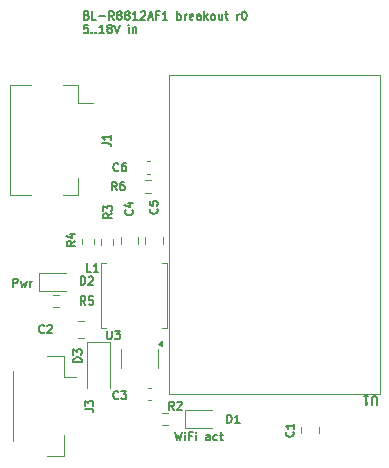
<source format=gto>
G04 #@! TF.GenerationSoftware,KiCad,Pcbnew,7.0.7-7.0.7~ubuntu20.04.1*
G04 #@! TF.CreationDate,2024-03-24T22:46:20+02:00*
G04 #@! TF.ProjectId,rtl-module-breakout,72746c2d-6d6f-4647-956c-652d62726561,rev?*
G04 #@! TF.SameCoordinates,Original*
G04 #@! TF.FileFunction,Legend,Top*
G04 #@! TF.FilePolarity,Positive*
%FSLAX46Y46*%
G04 Gerber Fmt 4.6, Leading zero omitted, Abs format (unit mm)*
G04 Created by KiCad (PCBNEW 7.0.7-7.0.7~ubuntu20.04.1) date 2024-03-24 22:46:20*
%MOMM*%
%LPD*%
G01*
G04 APERTURE LIST*
%ADD10C,0.150000*%
%ADD11C,0.120000*%
%ADD12C,0.100000*%
G04 APERTURE END LIST*
D10*
X168998684Y-64912866D02*
X169098684Y-64946200D01*
X169098684Y-64946200D02*
X169132017Y-64979533D01*
X169132017Y-64979533D02*
X169165350Y-65046200D01*
X169165350Y-65046200D02*
X169165350Y-65146200D01*
X169165350Y-65146200D02*
X169132017Y-65212866D01*
X169132017Y-65212866D02*
X169098684Y-65246200D01*
X169098684Y-65246200D02*
X169032017Y-65279533D01*
X169032017Y-65279533D02*
X168765350Y-65279533D01*
X168765350Y-65279533D02*
X168765350Y-64579533D01*
X168765350Y-64579533D02*
X168998684Y-64579533D01*
X168998684Y-64579533D02*
X169065350Y-64612866D01*
X169065350Y-64612866D02*
X169098684Y-64646200D01*
X169098684Y-64646200D02*
X169132017Y-64712866D01*
X169132017Y-64712866D02*
X169132017Y-64779533D01*
X169132017Y-64779533D02*
X169098684Y-64846200D01*
X169098684Y-64846200D02*
X169065350Y-64879533D01*
X169065350Y-64879533D02*
X168998684Y-64912866D01*
X168998684Y-64912866D02*
X168765350Y-64912866D01*
X169798684Y-65279533D02*
X169465350Y-65279533D01*
X169465350Y-65279533D02*
X169465350Y-64579533D01*
X170032017Y-65012866D02*
X170565351Y-65012866D01*
X171298684Y-65279533D02*
X171065351Y-64946200D01*
X170898684Y-65279533D02*
X170898684Y-64579533D01*
X170898684Y-64579533D02*
X171165351Y-64579533D01*
X171165351Y-64579533D02*
X171232018Y-64612866D01*
X171232018Y-64612866D02*
X171265351Y-64646200D01*
X171265351Y-64646200D02*
X171298684Y-64712866D01*
X171298684Y-64712866D02*
X171298684Y-64812866D01*
X171298684Y-64812866D02*
X171265351Y-64879533D01*
X171265351Y-64879533D02*
X171232018Y-64912866D01*
X171232018Y-64912866D02*
X171165351Y-64946200D01*
X171165351Y-64946200D02*
X170898684Y-64946200D01*
X171698684Y-64879533D02*
X171632018Y-64846200D01*
X171632018Y-64846200D02*
X171598684Y-64812866D01*
X171598684Y-64812866D02*
X171565351Y-64746200D01*
X171565351Y-64746200D02*
X171565351Y-64712866D01*
X171565351Y-64712866D02*
X171598684Y-64646200D01*
X171598684Y-64646200D02*
X171632018Y-64612866D01*
X171632018Y-64612866D02*
X171698684Y-64579533D01*
X171698684Y-64579533D02*
X171832018Y-64579533D01*
X171832018Y-64579533D02*
X171898684Y-64612866D01*
X171898684Y-64612866D02*
X171932018Y-64646200D01*
X171932018Y-64646200D02*
X171965351Y-64712866D01*
X171965351Y-64712866D02*
X171965351Y-64746200D01*
X171965351Y-64746200D02*
X171932018Y-64812866D01*
X171932018Y-64812866D02*
X171898684Y-64846200D01*
X171898684Y-64846200D02*
X171832018Y-64879533D01*
X171832018Y-64879533D02*
X171698684Y-64879533D01*
X171698684Y-64879533D02*
X171632018Y-64912866D01*
X171632018Y-64912866D02*
X171598684Y-64946200D01*
X171598684Y-64946200D02*
X171565351Y-65012866D01*
X171565351Y-65012866D02*
X171565351Y-65146200D01*
X171565351Y-65146200D02*
X171598684Y-65212866D01*
X171598684Y-65212866D02*
X171632018Y-65246200D01*
X171632018Y-65246200D02*
X171698684Y-65279533D01*
X171698684Y-65279533D02*
X171832018Y-65279533D01*
X171832018Y-65279533D02*
X171898684Y-65246200D01*
X171898684Y-65246200D02*
X171932018Y-65212866D01*
X171932018Y-65212866D02*
X171965351Y-65146200D01*
X171965351Y-65146200D02*
X171965351Y-65012866D01*
X171965351Y-65012866D02*
X171932018Y-64946200D01*
X171932018Y-64946200D02*
X171898684Y-64912866D01*
X171898684Y-64912866D02*
X171832018Y-64879533D01*
X172365351Y-64879533D02*
X172298685Y-64846200D01*
X172298685Y-64846200D02*
X172265351Y-64812866D01*
X172265351Y-64812866D02*
X172232018Y-64746200D01*
X172232018Y-64746200D02*
X172232018Y-64712866D01*
X172232018Y-64712866D02*
X172265351Y-64646200D01*
X172265351Y-64646200D02*
X172298685Y-64612866D01*
X172298685Y-64612866D02*
X172365351Y-64579533D01*
X172365351Y-64579533D02*
X172498685Y-64579533D01*
X172498685Y-64579533D02*
X172565351Y-64612866D01*
X172565351Y-64612866D02*
X172598685Y-64646200D01*
X172598685Y-64646200D02*
X172632018Y-64712866D01*
X172632018Y-64712866D02*
X172632018Y-64746200D01*
X172632018Y-64746200D02*
X172598685Y-64812866D01*
X172598685Y-64812866D02*
X172565351Y-64846200D01*
X172565351Y-64846200D02*
X172498685Y-64879533D01*
X172498685Y-64879533D02*
X172365351Y-64879533D01*
X172365351Y-64879533D02*
X172298685Y-64912866D01*
X172298685Y-64912866D02*
X172265351Y-64946200D01*
X172265351Y-64946200D02*
X172232018Y-65012866D01*
X172232018Y-65012866D02*
X172232018Y-65146200D01*
X172232018Y-65146200D02*
X172265351Y-65212866D01*
X172265351Y-65212866D02*
X172298685Y-65246200D01*
X172298685Y-65246200D02*
X172365351Y-65279533D01*
X172365351Y-65279533D02*
X172498685Y-65279533D01*
X172498685Y-65279533D02*
X172565351Y-65246200D01*
X172565351Y-65246200D02*
X172598685Y-65212866D01*
X172598685Y-65212866D02*
X172632018Y-65146200D01*
X172632018Y-65146200D02*
X172632018Y-65012866D01*
X172632018Y-65012866D02*
X172598685Y-64946200D01*
X172598685Y-64946200D02*
X172565351Y-64912866D01*
X172565351Y-64912866D02*
X172498685Y-64879533D01*
X173298685Y-65279533D02*
X172898685Y-65279533D01*
X173098685Y-65279533D02*
X173098685Y-64579533D01*
X173098685Y-64579533D02*
X173032018Y-64679533D01*
X173032018Y-64679533D02*
X172965352Y-64746200D01*
X172965352Y-64746200D02*
X172898685Y-64779533D01*
X173565352Y-64646200D02*
X173598685Y-64612866D01*
X173598685Y-64612866D02*
X173665352Y-64579533D01*
X173665352Y-64579533D02*
X173832019Y-64579533D01*
X173832019Y-64579533D02*
X173898685Y-64612866D01*
X173898685Y-64612866D02*
X173932019Y-64646200D01*
X173932019Y-64646200D02*
X173965352Y-64712866D01*
X173965352Y-64712866D02*
X173965352Y-64779533D01*
X173965352Y-64779533D02*
X173932019Y-64879533D01*
X173932019Y-64879533D02*
X173532019Y-65279533D01*
X173532019Y-65279533D02*
X173965352Y-65279533D01*
X174232019Y-65079533D02*
X174565352Y-65079533D01*
X174165352Y-65279533D02*
X174398686Y-64579533D01*
X174398686Y-64579533D02*
X174632019Y-65279533D01*
X175098686Y-64912866D02*
X174865352Y-64912866D01*
X174865352Y-65279533D02*
X174865352Y-64579533D01*
X174865352Y-64579533D02*
X175198686Y-64579533D01*
X175832019Y-65279533D02*
X175432019Y-65279533D01*
X175632019Y-65279533D02*
X175632019Y-64579533D01*
X175632019Y-64579533D02*
X175565352Y-64679533D01*
X175565352Y-64679533D02*
X175498686Y-64746200D01*
X175498686Y-64746200D02*
X175432019Y-64779533D01*
X176665352Y-65279533D02*
X176665352Y-64579533D01*
X176665352Y-64846200D02*
X176732019Y-64812866D01*
X176732019Y-64812866D02*
X176865352Y-64812866D01*
X176865352Y-64812866D02*
X176932019Y-64846200D01*
X176932019Y-64846200D02*
X176965352Y-64879533D01*
X176965352Y-64879533D02*
X176998686Y-64946200D01*
X176998686Y-64946200D02*
X176998686Y-65146200D01*
X176998686Y-65146200D02*
X176965352Y-65212866D01*
X176965352Y-65212866D02*
X176932019Y-65246200D01*
X176932019Y-65246200D02*
X176865352Y-65279533D01*
X176865352Y-65279533D02*
X176732019Y-65279533D01*
X176732019Y-65279533D02*
X176665352Y-65246200D01*
X177298685Y-65279533D02*
X177298685Y-64812866D01*
X177298685Y-64946200D02*
X177332019Y-64879533D01*
X177332019Y-64879533D02*
X177365352Y-64846200D01*
X177365352Y-64846200D02*
X177432019Y-64812866D01*
X177432019Y-64812866D02*
X177498685Y-64812866D01*
X177998685Y-65246200D02*
X177932018Y-65279533D01*
X177932018Y-65279533D02*
X177798685Y-65279533D01*
X177798685Y-65279533D02*
X177732018Y-65246200D01*
X177732018Y-65246200D02*
X177698685Y-65179533D01*
X177698685Y-65179533D02*
X177698685Y-64912866D01*
X177698685Y-64912866D02*
X177732018Y-64846200D01*
X177732018Y-64846200D02*
X177798685Y-64812866D01*
X177798685Y-64812866D02*
X177932018Y-64812866D01*
X177932018Y-64812866D02*
X177998685Y-64846200D01*
X177998685Y-64846200D02*
X178032018Y-64912866D01*
X178032018Y-64912866D02*
X178032018Y-64979533D01*
X178032018Y-64979533D02*
X177698685Y-65046200D01*
X178632018Y-65279533D02*
X178632018Y-64912866D01*
X178632018Y-64912866D02*
X178598685Y-64846200D01*
X178598685Y-64846200D02*
X178532018Y-64812866D01*
X178532018Y-64812866D02*
X178398685Y-64812866D01*
X178398685Y-64812866D02*
X178332018Y-64846200D01*
X178632018Y-65246200D02*
X178565352Y-65279533D01*
X178565352Y-65279533D02*
X178398685Y-65279533D01*
X178398685Y-65279533D02*
X178332018Y-65246200D01*
X178332018Y-65246200D02*
X178298685Y-65179533D01*
X178298685Y-65179533D02*
X178298685Y-65112866D01*
X178298685Y-65112866D02*
X178332018Y-65046200D01*
X178332018Y-65046200D02*
X178398685Y-65012866D01*
X178398685Y-65012866D02*
X178565352Y-65012866D01*
X178565352Y-65012866D02*
X178632018Y-64979533D01*
X178965351Y-65279533D02*
X178965351Y-64579533D01*
X179032018Y-65012866D02*
X179232018Y-65279533D01*
X179232018Y-64812866D02*
X178965351Y-65079533D01*
X179632018Y-65279533D02*
X179565352Y-65246200D01*
X179565352Y-65246200D02*
X179532018Y-65212866D01*
X179532018Y-65212866D02*
X179498685Y-65146200D01*
X179498685Y-65146200D02*
X179498685Y-64946200D01*
X179498685Y-64946200D02*
X179532018Y-64879533D01*
X179532018Y-64879533D02*
X179565352Y-64846200D01*
X179565352Y-64846200D02*
X179632018Y-64812866D01*
X179632018Y-64812866D02*
X179732018Y-64812866D01*
X179732018Y-64812866D02*
X179798685Y-64846200D01*
X179798685Y-64846200D02*
X179832018Y-64879533D01*
X179832018Y-64879533D02*
X179865352Y-64946200D01*
X179865352Y-64946200D02*
X179865352Y-65146200D01*
X179865352Y-65146200D02*
X179832018Y-65212866D01*
X179832018Y-65212866D02*
X179798685Y-65246200D01*
X179798685Y-65246200D02*
X179732018Y-65279533D01*
X179732018Y-65279533D02*
X179632018Y-65279533D01*
X180465351Y-64812866D02*
X180465351Y-65279533D01*
X180165351Y-64812866D02*
X180165351Y-65179533D01*
X180165351Y-65179533D02*
X180198685Y-65246200D01*
X180198685Y-65246200D02*
X180265351Y-65279533D01*
X180265351Y-65279533D02*
X180365351Y-65279533D01*
X180365351Y-65279533D02*
X180432018Y-65246200D01*
X180432018Y-65246200D02*
X180465351Y-65212866D01*
X180698684Y-64812866D02*
X180965351Y-64812866D01*
X180798684Y-64579533D02*
X180798684Y-65179533D01*
X180798684Y-65179533D02*
X180832018Y-65246200D01*
X180832018Y-65246200D02*
X180898684Y-65279533D01*
X180898684Y-65279533D02*
X180965351Y-65279533D01*
X181732017Y-65279533D02*
X181732017Y-64812866D01*
X181732017Y-64946200D02*
X181765351Y-64879533D01*
X181765351Y-64879533D02*
X181798684Y-64846200D01*
X181798684Y-64846200D02*
X181865351Y-64812866D01*
X181865351Y-64812866D02*
X181932017Y-64812866D01*
X182298684Y-64579533D02*
X182365350Y-64579533D01*
X182365350Y-64579533D02*
X182432017Y-64612866D01*
X182432017Y-64612866D02*
X182465350Y-64646200D01*
X182465350Y-64646200D02*
X182498684Y-64712866D01*
X182498684Y-64712866D02*
X182532017Y-64846200D01*
X182532017Y-64846200D02*
X182532017Y-65012866D01*
X182532017Y-65012866D02*
X182498684Y-65146200D01*
X182498684Y-65146200D02*
X182465350Y-65212866D01*
X182465350Y-65212866D02*
X182432017Y-65246200D01*
X182432017Y-65246200D02*
X182365350Y-65279533D01*
X182365350Y-65279533D02*
X182298684Y-65279533D01*
X182298684Y-65279533D02*
X182232017Y-65246200D01*
X182232017Y-65246200D02*
X182198684Y-65212866D01*
X182198684Y-65212866D02*
X182165350Y-65146200D01*
X182165350Y-65146200D02*
X182132017Y-65012866D01*
X182132017Y-65012866D02*
X182132017Y-64846200D01*
X182132017Y-64846200D02*
X182165350Y-64712866D01*
X182165350Y-64712866D02*
X182198684Y-64646200D01*
X182198684Y-64646200D02*
X182232017Y-64612866D01*
X182232017Y-64612866D02*
X182298684Y-64579533D01*
X169098684Y-65706533D02*
X168765350Y-65706533D01*
X168765350Y-65706533D02*
X168732017Y-66039866D01*
X168732017Y-66039866D02*
X168765350Y-66006533D01*
X168765350Y-66006533D02*
X168832017Y-65973200D01*
X168832017Y-65973200D02*
X168998684Y-65973200D01*
X168998684Y-65973200D02*
X169065350Y-66006533D01*
X169065350Y-66006533D02*
X169098684Y-66039866D01*
X169098684Y-66039866D02*
X169132017Y-66106533D01*
X169132017Y-66106533D02*
X169132017Y-66273200D01*
X169132017Y-66273200D02*
X169098684Y-66339866D01*
X169098684Y-66339866D02*
X169065350Y-66373200D01*
X169065350Y-66373200D02*
X168998684Y-66406533D01*
X168998684Y-66406533D02*
X168832017Y-66406533D01*
X168832017Y-66406533D02*
X168765350Y-66373200D01*
X168765350Y-66373200D02*
X168732017Y-66339866D01*
X169432017Y-66339866D02*
X169465351Y-66373200D01*
X169465351Y-66373200D02*
X169432017Y-66406533D01*
X169432017Y-66406533D02*
X169398684Y-66373200D01*
X169398684Y-66373200D02*
X169432017Y-66339866D01*
X169432017Y-66339866D02*
X169432017Y-66406533D01*
X169765350Y-66339866D02*
X169798684Y-66373200D01*
X169798684Y-66373200D02*
X169765350Y-66406533D01*
X169765350Y-66406533D02*
X169732017Y-66373200D01*
X169732017Y-66373200D02*
X169765350Y-66339866D01*
X169765350Y-66339866D02*
X169765350Y-66406533D01*
X170465350Y-66406533D02*
X170065350Y-66406533D01*
X170265350Y-66406533D02*
X170265350Y-65706533D01*
X170265350Y-65706533D02*
X170198683Y-65806533D01*
X170198683Y-65806533D02*
X170132017Y-65873200D01*
X170132017Y-65873200D02*
X170065350Y-65906533D01*
X170865350Y-66006533D02*
X170798684Y-65973200D01*
X170798684Y-65973200D02*
X170765350Y-65939866D01*
X170765350Y-65939866D02*
X170732017Y-65873200D01*
X170732017Y-65873200D02*
X170732017Y-65839866D01*
X170732017Y-65839866D02*
X170765350Y-65773200D01*
X170765350Y-65773200D02*
X170798684Y-65739866D01*
X170798684Y-65739866D02*
X170865350Y-65706533D01*
X170865350Y-65706533D02*
X170998684Y-65706533D01*
X170998684Y-65706533D02*
X171065350Y-65739866D01*
X171065350Y-65739866D02*
X171098684Y-65773200D01*
X171098684Y-65773200D02*
X171132017Y-65839866D01*
X171132017Y-65839866D02*
X171132017Y-65873200D01*
X171132017Y-65873200D02*
X171098684Y-65939866D01*
X171098684Y-65939866D02*
X171065350Y-65973200D01*
X171065350Y-65973200D02*
X170998684Y-66006533D01*
X170998684Y-66006533D02*
X170865350Y-66006533D01*
X170865350Y-66006533D02*
X170798684Y-66039866D01*
X170798684Y-66039866D02*
X170765350Y-66073200D01*
X170765350Y-66073200D02*
X170732017Y-66139866D01*
X170732017Y-66139866D02*
X170732017Y-66273200D01*
X170732017Y-66273200D02*
X170765350Y-66339866D01*
X170765350Y-66339866D02*
X170798684Y-66373200D01*
X170798684Y-66373200D02*
X170865350Y-66406533D01*
X170865350Y-66406533D02*
X170998684Y-66406533D01*
X170998684Y-66406533D02*
X171065350Y-66373200D01*
X171065350Y-66373200D02*
X171098684Y-66339866D01*
X171098684Y-66339866D02*
X171132017Y-66273200D01*
X171132017Y-66273200D02*
X171132017Y-66139866D01*
X171132017Y-66139866D02*
X171098684Y-66073200D01*
X171098684Y-66073200D02*
X171065350Y-66039866D01*
X171065350Y-66039866D02*
X170998684Y-66006533D01*
X171332017Y-65706533D02*
X171565351Y-66406533D01*
X171565351Y-66406533D02*
X171798684Y-65706533D01*
X172565350Y-66406533D02*
X172565350Y-65939866D01*
X172565350Y-65706533D02*
X172532017Y-65739866D01*
X172532017Y-65739866D02*
X172565350Y-65773200D01*
X172565350Y-65773200D02*
X172598684Y-65739866D01*
X172598684Y-65739866D02*
X172565350Y-65706533D01*
X172565350Y-65706533D02*
X172565350Y-65773200D01*
X172898683Y-65939866D02*
X172898683Y-66406533D01*
X172898683Y-66006533D02*
X172932017Y-65973200D01*
X172932017Y-65973200D02*
X172998683Y-65939866D01*
X172998683Y-65939866D02*
X173098683Y-65939866D01*
X173098683Y-65939866D02*
X173165350Y-65973200D01*
X173165350Y-65973200D02*
X173198683Y-66039866D01*
X173198683Y-66039866D02*
X173198683Y-66406533D01*
X176448684Y-100206533D02*
X176615350Y-100906533D01*
X176615350Y-100906533D02*
X176748684Y-100406533D01*
X176748684Y-100406533D02*
X176882017Y-100906533D01*
X176882017Y-100906533D02*
X177048684Y-100206533D01*
X177315350Y-100906533D02*
X177315350Y-100439866D01*
X177315350Y-100206533D02*
X177282017Y-100239866D01*
X177282017Y-100239866D02*
X177315350Y-100273200D01*
X177315350Y-100273200D02*
X177348684Y-100239866D01*
X177348684Y-100239866D02*
X177315350Y-100206533D01*
X177315350Y-100206533D02*
X177315350Y-100273200D01*
X177882017Y-100539866D02*
X177648683Y-100539866D01*
X177648683Y-100906533D02*
X177648683Y-100206533D01*
X177648683Y-100206533D02*
X177982017Y-100206533D01*
X178248683Y-100906533D02*
X178248683Y-100439866D01*
X178248683Y-100206533D02*
X178215350Y-100239866D01*
X178215350Y-100239866D02*
X178248683Y-100273200D01*
X178248683Y-100273200D02*
X178282017Y-100239866D01*
X178282017Y-100239866D02*
X178248683Y-100206533D01*
X178248683Y-100206533D02*
X178248683Y-100273200D01*
X179415349Y-100906533D02*
X179415349Y-100539866D01*
X179415349Y-100539866D02*
X179382016Y-100473200D01*
X179382016Y-100473200D02*
X179315349Y-100439866D01*
X179315349Y-100439866D02*
X179182016Y-100439866D01*
X179182016Y-100439866D02*
X179115349Y-100473200D01*
X179415349Y-100873200D02*
X179348683Y-100906533D01*
X179348683Y-100906533D02*
X179182016Y-100906533D01*
X179182016Y-100906533D02*
X179115349Y-100873200D01*
X179115349Y-100873200D02*
X179082016Y-100806533D01*
X179082016Y-100806533D02*
X179082016Y-100739866D01*
X179082016Y-100739866D02*
X179115349Y-100673200D01*
X179115349Y-100673200D02*
X179182016Y-100639866D01*
X179182016Y-100639866D02*
X179348683Y-100639866D01*
X179348683Y-100639866D02*
X179415349Y-100606533D01*
X180048682Y-100873200D02*
X179982016Y-100906533D01*
X179982016Y-100906533D02*
X179848682Y-100906533D01*
X179848682Y-100906533D02*
X179782016Y-100873200D01*
X179782016Y-100873200D02*
X179748682Y-100839866D01*
X179748682Y-100839866D02*
X179715349Y-100773200D01*
X179715349Y-100773200D02*
X179715349Y-100573200D01*
X179715349Y-100573200D02*
X179748682Y-100506533D01*
X179748682Y-100506533D02*
X179782016Y-100473200D01*
X179782016Y-100473200D02*
X179848682Y-100439866D01*
X179848682Y-100439866D02*
X179982016Y-100439866D01*
X179982016Y-100439866D02*
X180048682Y-100473200D01*
X180248682Y-100439866D02*
X180515349Y-100439866D01*
X180348682Y-100206533D02*
X180348682Y-100806533D01*
X180348682Y-100806533D02*
X180382016Y-100873200D01*
X180382016Y-100873200D02*
X180448682Y-100906533D01*
X180448682Y-100906533D02*
X180515349Y-100906533D01*
X162765350Y-87906533D02*
X162765350Y-87206533D01*
X162765350Y-87206533D02*
X163032017Y-87206533D01*
X163032017Y-87206533D02*
X163098684Y-87239866D01*
X163098684Y-87239866D02*
X163132017Y-87273200D01*
X163132017Y-87273200D02*
X163165350Y-87339866D01*
X163165350Y-87339866D02*
X163165350Y-87439866D01*
X163165350Y-87439866D02*
X163132017Y-87506533D01*
X163132017Y-87506533D02*
X163098684Y-87539866D01*
X163098684Y-87539866D02*
X163032017Y-87573200D01*
X163032017Y-87573200D02*
X162765350Y-87573200D01*
X163398684Y-87439866D02*
X163532017Y-87906533D01*
X163532017Y-87906533D02*
X163665350Y-87573200D01*
X163665350Y-87573200D02*
X163798684Y-87906533D01*
X163798684Y-87906533D02*
X163932017Y-87439866D01*
X164198683Y-87906533D02*
X164198683Y-87439866D01*
X164198683Y-87573200D02*
X164232017Y-87506533D01*
X164232017Y-87506533D02*
X164265350Y-87473200D01*
X164265350Y-87473200D02*
X164332017Y-87439866D01*
X164332017Y-87439866D02*
X164398683Y-87439866D01*
X168883333Y-89416033D02*
X168650000Y-89082700D01*
X168483333Y-89416033D02*
X168483333Y-88716033D01*
X168483333Y-88716033D02*
X168750000Y-88716033D01*
X168750000Y-88716033D02*
X168816667Y-88749366D01*
X168816667Y-88749366D02*
X168850000Y-88782700D01*
X168850000Y-88782700D02*
X168883333Y-88849366D01*
X168883333Y-88849366D02*
X168883333Y-88949366D01*
X168883333Y-88949366D02*
X168850000Y-89016033D01*
X168850000Y-89016033D02*
X168816667Y-89049366D01*
X168816667Y-89049366D02*
X168750000Y-89082700D01*
X168750000Y-89082700D02*
X168483333Y-89082700D01*
X169516667Y-88716033D02*
X169183333Y-88716033D01*
X169183333Y-88716033D02*
X169150000Y-89049366D01*
X169150000Y-89049366D02*
X169183333Y-89016033D01*
X169183333Y-89016033D02*
X169250000Y-88982700D01*
X169250000Y-88982700D02*
X169416667Y-88982700D01*
X169416667Y-88982700D02*
X169483333Y-89016033D01*
X169483333Y-89016033D02*
X169516667Y-89049366D01*
X169516667Y-89049366D02*
X169550000Y-89116033D01*
X169550000Y-89116033D02*
X169550000Y-89282700D01*
X169550000Y-89282700D02*
X169516667Y-89349366D01*
X169516667Y-89349366D02*
X169483333Y-89382700D01*
X169483333Y-89382700D02*
X169416667Y-89416033D01*
X169416667Y-89416033D02*
X169250000Y-89416033D01*
X169250000Y-89416033D02*
X169183333Y-89382700D01*
X169183333Y-89382700D02*
X169150000Y-89349366D01*
X168016033Y-84016666D02*
X167682700Y-84249999D01*
X168016033Y-84416666D02*
X167316033Y-84416666D01*
X167316033Y-84416666D02*
X167316033Y-84149999D01*
X167316033Y-84149999D02*
X167349366Y-84083333D01*
X167349366Y-84083333D02*
X167382700Y-84049999D01*
X167382700Y-84049999D02*
X167449366Y-84016666D01*
X167449366Y-84016666D02*
X167549366Y-84016666D01*
X167549366Y-84016666D02*
X167616033Y-84049999D01*
X167616033Y-84049999D02*
X167649366Y-84083333D01*
X167649366Y-84083333D02*
X167682700Y-84149999D01*
X167682700Y-84149999D02*
X167682700Y-84416666D01*
X167549366Y-83416666D02*
X168016033Y-83416666D01*
X167282700Y-83583333D02*
X167782700Y-83749999D01*
X167782700Y-83749999D02*
X167782700Y-83316666D01*
X168483333Y-87716033D02*
X168483333Y-87016033D01*
X168483333Y-87016033D02*
X168650000Y-87016033D01*
X168650000Y-87016033D02*
X168750000Y-87049366D01*
X168750000Y-87049366D02*
X168816667Y-87116033D01*
X168816667Y-87116033D02*
X168850000Y-87182700D01*
X168850000Y-87182700D02*
X168883333Y-87316033D01*
X168883333Y-87316033D02*
X168883333Y-87416033D01*
X168883333Y-87416033D02*
X168850000Y-87549366D01*
X168850000Y-87549366D02*
X168816667Y-87616033D01*
X168816667Y-87616033D02*
X168750000Y-87682700D01*
X168750000Y-87682700D02*
X168650000Y-87716033D01*
X168650000Y-87716033D02*
X168483333Y-87716033D01*
X169150000Y-87082700D02*
X169183333Y-87049366D01*
X169183333Y-87049366D02*
X169250000Y-87016033D01*
X169250000Y-87016033D02*
X169416667Y-87016033D01*
X169416667Y-87016033D02*
X169483333Y-87049366D01*
X169483333Y-87049366D02*
X169516667Y-87082700D01*
X169516667Y-87082700D02*
X169550000Y-87149366D01*
X169550000Y-87149366D02*
X169550000Y-87216033D01*
X169550000Y-87216033D02*
X169516667Y-87316033D01*
X169516667Y-87316033D02*
X169116667Y-87716033D01*
X169116667Y-87716033D02*
X169550000Y-87716033D01*
X170716666Y-91616033D02*
X170716666Y-92182700D01*
X170716666Y-92182700D02*
X170750000Y-92249366D01*
X170750000Y-92249366D02*
X170783333Y-92282700D01*
X170783333Y-92282700D02*
X170850000Y-92316033D01*
X170850000Y-92316033D02*
X170983333Y-92316033D01*
X170983333Y-92316033D02*
X171050000Y-92282700D01*
X171050000Y-92282700D02*
X171083333Y-92249366D01*
X171083333Y-92249366D02*
X171116666Y-92182700D01*
X171116666Y-92182700D02*
X171116666Y-91616033D01*
X171383333Y-91616033D02*
X171816666Y-91616033D01*
X171816666Y-91616033D02*
X171583333Y-91882700D01*
X171583333Y-91882700D02*
X171683333Y-91882700D01*
X171683333Y-91882700D02*
X171749999Y-91916033D01*
X171749999Y-91916033D02*
X171783333Y-91949366D01*
X171783333Y-91949366D02*
X171816666Y-92016033D01*
X171816666Y-92016033D02*
X171816666Y-92182700D01*
X171816666Y-92182700D02*
X171783333Y-92249366D01*
X171783333Y-92249366D02*
X171749999Y-92282700D01*
X171749999Y-92282700D02*
X171683333Y-92316033D01*
X171683333Y-92316033D02*
X171483333Y-92316033D01*
X171483333Y-92316033D02*
X171416666Y-92282700D01*
X171416666Y-92282700D02*
X171383333Y-92249366D01*
X170316033Y-75733333D02*
X170816033Y-75733333D01*
X170816033Y-75733333D02*
X170916033Y-75766666D01*
X170916033Y-75766666D02*
X170982700Y-75833333D01*
X170982700Y-75833333D02*
X171016033Y-75933333D01*
X171016033Y-75933333D02*
X171016033Y-76000000D01*
X171016033Y-75033333D02*
X171016033Y-75433333D01*
X171016033Y-75233333D02*
X170316033Y-75233333D01*
X170316033Y-75233333D02*
X170416033Y-75300000D01*
X170416033Y-75300000D02*
X170482700Y-75366667D01*
X170482700Y-75366667D02*
X170516033Y-75433333D01*
X180883333Y-99416033D02*
X180883333Y-98716033D01*
X180883333Y-98716033D02*
X181050000Y-98716033D01*
X181050000Y-98716033D02*
X181150000Y-98749366D01*
X181150000Y-98749366D02*
X181216667Y-98816033D01*
X181216667Y-98816033D02*
X181250000Y-98882700D01*
X181250000Y-98882700D02*
X181283333Y-99016033D01*
X181283333Y-99016033D02*
X181283333Y-99116033D01*
X181283333Y-99116033D02*
X181250000Y-99249366D01*
X181250000Y-99249366D02*
X181216667Y-99316033D01*
X181216667Y-99316033D02*
X181150000Y-99382700D01*
X181150000Y-99382700D02*
X181050000Y-99416033D01*
X181050000Y-99416033D02*
X180883333Y-99416033D01*
X181950000Y-99416033D02*
X181550000Y-99416033D01*
X181750000Y-99416033D02*
X181750000Y-98716033D01*
X181750000Y-98716033D02*
X181683333Y-98816033D01*
X181683333Y-98816033D02*
X181616667Y-98882700D01*
X181616667Y-98882700D02*
X181550000Y-98916033D01*
X186469366Y-100166666D02*
X186502700Y-100199999D01*
X186502700Y-100199999D02*
X186536033Y-100299999D01*
X186536033Y-100299999D02*
X186536033Y-100366666D01*
X186536033Y-100366666D02*
X186502700Y-100466666D01*
X186502700Y-100466666D02*
X186436033Y-100533333D01*
X186436033Y-100533333D02*
X186369366Y-100566666D01*
X186369366Y-100566666D02*
X186236033Y-100599999D01*
X186236033Y-100599999D02*
X186136033Y-100599999D01*
X186136033Y-100599999D02*
X186002700Y-100566666D01*
X186002700Y-100566666D02*
X185936033Y-100533333D01*
X185936033Y-100533333D02*
X185869366Y-100466666D01*
X185869366Y-100466666D02*
X185836033Y-100366666D01*
X185836033Y-100366666D02*
X185836033Y-100299999D01*
X185836033Y-100299999D02*
X185869366Y-100199999D01*
X185869366Y-100199999D02*
X185902700Y-100166666D01*
X186536033Y-99499999D02*
X186536033Y-99899999D01*
X186536033Y-99699999D02*
X185836033Y-99699999D01*
X185836033Y-99699999D02*
X185936033Y-99766666D01*
X185936033Y-99766666D02*
X186002700Y-99833333D01*
X186002700Y-99833333D02*
X186036033Y-99899999D01*
X165383333Y-91749366D02*
X165350000Y-91782700D01*
X165350000Y-91782700D02*
X165250000Y-91816033D01*
X165250000Y-91816033D02*
X165183333Y-91816033D01*
X165183333Y-91816033D02*
X165083333Y-91782700D01*
X165083333Y-91782700D02*
X165016667Y-91716033D01*
X165016667Y-91716033D02*
X164983333Y-91649366D01*
X164983333Y-91649366D02*
X164950000Y-91516033D01*
X164950000Y-91516033D02*
X164950000Y-91416033D01*
X164950000Y-91416033D02*
X164983333Y-91282700D01*
X164983333Y-91282700D02*
X165016667Y-91216033D01*
X165016667Y-91216033D02*
X165083333Y-91149366D01*
X165083333Y-91149366D02*
X165183333Y-91116033D01*
X165183333Y-91116033D02*
X165250000Y-91116033D01*
X165250000Y-91116033D02*
X165350000Y-91149366D01*
X165350000Y-91149366D02*
X165383333Y-91182700D01*
X165650000Y-91182700D02*
X165683333Y-91149366D01*
X165683333Y-91149366D02*
X165750000Y-91116033D01*
X165750000Y-91116033D02*
X165916667Y-91116033D01*
X165916667Y-91116033D02*
X165983333Y-91149366D01*
X165983333Y-91149366D02*
X166016667Y-91182700D01*
X166016667Y-91182700D02*
X166050000Y-91249366D01*
X166050000Y-91249366D02*
X166050000Y-91316033D01*
X166050000Y-91316033D02*
X166016667Y-91416033D01*
X166016667Y-91416033D02*
X165616667Y-91816033D01*
X165616667Y-91816033D02*
X166050000Y-91816033D01*
X171683333Y-97349366D02*
X171650000Y-97382700D01*
X171650000Y-97382700D02*
X171550000Y-97416033D01*
X171550000Y-97416033D02*
X171483333Y-97416033D01*
X171483333Y-97416033D02*
X171383333Y-97382700D01*
X171383333Y-97382700D02*
X171316667Y-97316033D01*
X171316667Y-97316033D02*
X171283333Y-97249366D01*
X171283333Y-97249366D02*
X171250000Y-97116033D01*
X171250000Y-97116033D02*
X171250000Y-97016033D01*
X171250000Y-97016033D02*
X171283333Y-96882700D01*
X171283333Y-96882700D02*
X171316667Y-96816033D01*
X171316667Y-96816033D02*
X171383333Y-96749366D01*
X171383333Y-96749366D02*
X171483333Y-96716033D01*
X171483333Y-96716033D02*
X171550000Y-96716033D01*
X171550000Y-96716033D02*
X171650000Y-96749366D01*
X171650000Y-96749366D02*
X171683333Y-96782700D01*
X171916667Y-96716033D02*
X172350000Y-96716033D01*
X172350000Y-96716033D02*
X172116667Y-96982700D01*
X172116667Y-96982700D02*
X172216667Y-96982700D01*
X172216667Y-96982700D02*
X172283333Y-97016033D01*
X172283333Y-97016033D02*
X172316667Y-97049366D01*
X172316667Y-97049366D02*
X172350000Y-97116033D01*
X172350000Y-97116033D02*
X172350000Y-97282700D01*
X172350000Y-97282700D02*
X172316667Y-97349366D01*
X172316667Y-97349366D02*
X172283333Y-97382700D01*
X172283333Y-97382700D02*
X172216667Y-97416033D01*
X172216667Y-97416033D02*
X172016667Y-97416033D01*
X172016667Y-97416033D02*
X171950000Y-97382700D01*
X171950000Y-97382700D02*
X171916667Y-97349366D01*
X171533333Y-79716033D02*
X171300000Y-79382700D01*
X171133333Y-79716033D02*
X171133333Y-79016033D01*
X171133333Y-79016033D02*
X171400000Y-79016033D01*
X171400000Y-79016033D02*
X171466667Y-79049366D01*
X171466667Y-79049366D02*
X171500000Y-79082700D01*
X171500000Y-79082700D02*
X171533333Y-79149366D01*
X171533333Y-79149366D02*
X171533333Y-79249366D01*
X171533333Y-79249366D02*
X171500000Y-79316033D01*
X171500000Y-79316033D02*
X171466667Y-79349366D01*
X171466667Y-79349366D02*
X171400000Y-79382700D01*
X171400000Y-79382700D02*
X171133333Y-79382700D01*
X172133333Y-79016033D02*
X172000000Y-79016033D01*
X172000000Y-79016033D02*
X171933333Y-79049366D01*
X171933333Y-79049366D02*
X171900000Y-79082700D01*
X171900000Y-79082700D02*
X171833333Y-79182700D01*
X171833333Y-79182700D02*
X171800000Y-79316033D01*
X171800000Y-79316033D02*
X171800000Y-79582700D01*
X171800000Y-79582700D02*
X171833333Y-79649366D01*
X171833333Y-79649366D02*
X171866667Y-79682700D01*
X171866667Y-79682700D02*
X171933333Y-79716033D01*
X171933333Y-79716033D02*
X172066667Y-79716033D01*
X172066667Y-79716033D02*
X172133333Y-79682700D01*
X172133333Y-79682700D02*
X172166667Y-79649366D01*
X172166667Y-79649366D02*
X172200000Y-79582700D01*
X172200000Y-79582700D02*
X172200000Y-79416033D01*
X172200000Y-79416033D02*
X172166667Y-79349366D01*
X172166667Y-79349366D02*
X172133333Y-79316033D01*
X172133333Y-79316033D02*
X172066667Y-79282700D01*
X172066667Y-79282700D02*
X171933333Y-79282700D01*
X171933333Y-79282700D02*
X171866667Y-79316033D01*
X171866667Y-79316033D02*
X171833333Y-79349366D01*
X171833333Y-79349366D02*
X171800000Y-79416033D01*
X168566033Y-94266666D02*
X167866033Y-94266666D01*
X167866033Y-94266666D02*
X167866033Y-94099999D01*
X167866033Y-94099999D02*
X167899366Y-93999999D01*
X167899366Y-93999999D02*
X167966033Y-93933333D01*
X167966033Y-93933333D02*
X168032700Y-93899999D01*
X168032700Y-93899999D02*
X168166033Y-93866666D01*
X168166033Y-93866666D02*
X168266033Y-93866666D01*
X168266033Y-93866666D02*
X168399366Y-93899999D01*
X168399366Y-93899999D02*
X168466033Y-93933333D01*
X168466033Y-93933333D02*
X168532700Y-93999999D01*
X168532700Y-93999999D02*
X168566033Y-94099999D01*
X168566033Y-94099999D02*
X168566033Y-94266666D01*
X167866033Y-93633333D02*
X167866033Y-93199999D01*
X167866033Y-93199999D02*
X168132700Y-93433333D01*
X168132700Y-93433333D02*
X168132700Y-93333333D01*
X168132700Y-93333333D02*
X168166033Y-93266666D01*
X168166033Y-93266666D02*
X168199366Y-93233333D01*
X168199366Y-93233333D02*
X168266033Y-93199999D01*
X168266033Y-93199999D02*
X168432700Y-93199999D01*
X168432700Y-93199999D02*
X168499366Y-93233333D01*
X168499366Y-93233333D02*
X168532700Y-93266666D01*
X168532700Y-93266666D02*
X168566033Y-93333333D01*
X168566033Y-93333333D02*
X168566033Y-93533333D01*
X168566033Y-93533333D02*
X168532700Y-93599999D01*
X168532700Y-93599999D02*
X168499366Y-93633333D01*
X174949366Y-81291666D02*
X174982700Y-81324999D01*
X174982700Y-81324999D02*
X175016033Y-81424999D01*
X175016033Y-81424999D02*
X175016033Y-81491666D01*
X175016033Y-81491666D02*
X174982700Y-81591666D01*
X174982700Y-81591666D02*
X174916033Y-81658333D01*
X174916033Y-81658333D02*
X174849366Y-81691666D01*
X174849366Y-81691666D02*
X174716033Y-81724999D01*
X174716033Y-81724999D02*
X174616033Y-81724999D01*
X174616033Y-81724999D02*
X174482700Y-81691666D01*
X174482700Y-81691666D02*
X174416033Y-81658333D01*
X174416033Y-81658333D02*
X174349366Y-81591666D01*
X174349366Y-81591666D02*
X174316033Y-81491666D01*
X174316033Y-81491666D02*
X174316033Y-81424999D01*
X174316033Y-81424999D02*
X174349366Y-81324999D01*
X174349366Y-81324999D02*
X174382700Y-81291666D01*
X174316033Y-80658333D02*
X174316033Y-80991666D01*
X174316033Y-80991666D02*
X174649366Y-81024999D01*
X174649366Y-81024999D02*
X174616033Y-80991666D01*
X174616033Y-80991666D02*
X174582700Y-80924999D01*
X174582700Y-80924999D02*
X174582700Y-80758333D01*
X174582700Y-80758333D02*
X174616033Y-80691666D01*
X174616033Y-80691666D02*
X174649366Y-80658333D01*
X174649366Y-80658333D02*
X174716033Y-80624999D01*
X174716033Y-80624999D02*
X174882700Y-80624999D01*
X174882700Y-80624999D02*
X174949366Y-80658333D01*
X174949366Y-80658333D02*
X174982700Y-80691666D01*
X174982700Y-80691666D02*
X175016033Y-80758333D01*
X175016033Y-80758333D02*
X175016033Y-80924999D01*
X175016033Y-80924999D02*
X174982700Y-80991666D01*
X174982700Y-80991666D02*
X174949366Y-81024999D01*
X176383333Y-98316033D02*
X176150000Y-97982700D01*
X175983333Y-98316033D02*
X175983333Y-97616033D01*
X175983333Y-97616033D02*
X176250000Y-97616033D01*
X176250000Y-97616033D02*
X176316667Y-97649366D01*
X176316667Y-97649366D02*
X176350000Y-97682700D01*
X176350000Y-97682700D02*
X176383333Y-97749366D01*
X176383333Y-97749366D02*
X176383333Y-97849366D01*
X176383333Y-97849366D02*
X176350000Y-97916033D01*
X176350000Y-97916033D02*
X176316667Y-97949366D01*
X176316667Y-97949366D02*
X176250000Y-97982700D01*
X176250000Y-97982700D02*
X175983333Y-97982700D01*
X176650000Y-97682700D02*
X176683333Y-97649366D01*
X176683333Y-97649366D02*
X176750000Y-97616033D01*
X176750000Y-97616033D02*
X176916667Y-97616033D01*
X176916667Y-97616033D02*
X176983333Y-97649366D01*
X176983333Y-97649366D02*
X177016667Y-97682700D01*
X177016667Y-97682700D02*
X177050000Y-97749366D01*
X177050000Y-97749366D02*
X177050000Y-97816033D01*
X177050000Y-97816033D02*
X177016667Y-97916033D01*
X177016667Y-97916033D02*
X176616667Y-98316033D01*
X176616667Y-98316033D02*
X177050000Y-98316033D01*
X171116033Y-81691666D02*
X170782700Y-81924999D01*
X171116033Y-82091666D02*
X170416033Y-82091666D01*
X170416033Y-82091666D02*
X170416033Y-81824999D01*
X170416033Y-81824999D02*
X170449366Y-81758333D01*
X170449366Y-81758333D02*
X170482700Y-81724999D01*
X170482700Y-81724999D02*
X170549366Y-81691666D01*
X170549366Y-81691666D02*
X170649366Y-81691666D01*
X170649366Y-81691666D02*
X170716033Y-81724999D01*
X170716033Y-81724999D02*
X170749366Y-81758333D01*
X170749366Y-81758333D02*
X170782700Y-81824999D01*
X170782700Y-81824999D02*
X170782700Y-82091666D01*
X170416033Y-81458333D02*
X170416033Y-81024999D01*
X170416033Y-81024999D02*
X170682700Y-81258333D01*
X170682700Y-81258333D02*
X170682700Y-81158333D01*
X170682700Y-81158333D02*
X170716033Y-81091666D01*
X170716033Y-81091666D02*
X170749366Y-81058333D01*
X170749366Y-81058333D02*
X170816033Y-81024999D01*
X170816033Y-81024999D02*
X170982700Y-81024999D01*
X170982700Y-81024999D02*
X171049366Y-81058333D01*
X171049366Y-81058333D02*
X171082700Y-81091666D01*
X171082700Y-81091666D02*
X171116033Y-81158333D01*
X171116033Y-81158333D02*
X171116033Y-81358333D01*
X171116033Y-81358333D02*
X171082700Y-81424999D01*
X171082700Y-81424999D02*
X171049366Y-81458333D01*
X193533333Y-97883966D02*
X193533333Y-97317300D01*
X193533333Y-97317300D02*
X193500000Y-97250633D01*
X193500000Y-97250633D02*
X193466666Y-97217300D01*
X193466666Y-97217300D02*
X193400000Y-97183966D01*
X193400000Y-97183966D02*
X193266666Y-97183966D01*
X193266666Y-97183966D02*
X193200000Y-97217300D01*
X193200000Y-97217300D02*
X193166666Y-97250633D01*
X193166666Y-97250633D02*
X193133333Y-97317300D01*
X193133333Y-97317300D02*
X193133333Y-97883966D01*
X192433333Y-97183966D02*
X192833333Y-97183966D01*
X192633333Y-97183966D02*
X192633333Y-97883966D01*
X192633333Y-97883966D02*
X192700000Y-97783966D01*
X192700000Y-97783966D02*
X192766667Y-97717300D01*
X192766667Y-97717300D02*
X192833333Y-97683966D01*
X172849366Y-81391666D02*
X172882700Y-81424999D01*
X172882700Y-81424999D02*
X172916033Y-81524999D01*
X172916033Y-81524999D02*
X172916033Y-81591666D01*
X172916033Y-81591666D02*
X172882700Y-81691666D01*
X172882700Y-81691666D02*
X172816033Y-81758333D01*
X172816033Y-81758333D02*
X172749366Y-81791666D01*
X172749366Y-81791666D02*
X172616033Y-81824999D01*
X172616033Y-81824999D02*
X172516033Y-81824999D01*
X172516033Y-81824999D02*
X172382700Y-81791666D01*
X172382700Y-81791666D02*
X172316033Y-81758333D01*
X172316033Y-81758333D02*
X172249366Y-81691666D01*
X172249366Y-81691666D02*
X172216033Y-81591666D01*
X172216033Y-81591666D02*
X172216033Y-81524999D01*
X172216033Y-81524999D02*
X172249366Y-81424999D01*
X172249366Y-81424999D02*
X172282700Y-81391666D01*
X172449366Y-80791666D02*
X172916033Y-80791666D01*
X172182700Y-80958333D02*
X172682700Y-81124999D01*
X172682700Y-81124999D02*
X172682700Y-80691666D01*
X168866033Y-98233333D02*
X169366033Y-98233333D01*
X169366033Y-98233333D02*
X169466033Y-98266666D01*
X169466033Y-98266666D02*
X169532700Y-98333333D01*
X169532700Y-98333333D02*
X169566033Y-98433333D01*
X169566033Y-98433333D02*
X169566033Y-98500000D01*
X168866033Y-97966667D02*
X168866033Y-97533333D01*
X168866033Y-97533333D02*
X169132700Y-97766667D01*
X169132700Y-97766667D02*
X169132700Y-97666667D01*
X169132700Y-97666667D02*
X169166033Y-97600000D01*
X169166033Y-97600000D02*
X169199366Y-97566667D01*
X169199366Y-97566667D02*
X169266033Y-97533333D01*
X169266033Y-97533333D02*
X169432700Y-97533333D01*
X169432700Y-97533333D02*
X169499366Y-97566667D01*
X169499366Y-97566667D02*
X169532700Y-97600000D01*
X169532700Y-97600000D02*
X169566033Y-97666667D01*
X169566033Y-97666667D02*
X169566033Y-97866667D01*
X169566033Y-97866667D02*
X169532700Y-97933333D01*
X169532700Y-97933333D02*
X169499366Y-97966667D01*
X171683333Y-78049366D02*
X171650000Y-78082700D01*
X171650000Y-78082700D02*
X171550000Y-78116033D01*
X171550000Y-78116033D02*
X171483333Y-78116033D01*
X171483333Y-78116033D02*
X171383333Y-78082700D01*
X171383333Y-78082700D02*
X171316667Y-78016033D01*
X171316667Y-78016033D02*
X171283333Y-77949366D01*
X171283333Y-77949366D02*
X171250000Y-77816033D01*
X171250000Y-77816033D02*
X171250000Y-77716033D01*
X171250000Y-77716033D02*
X171283333Y-77582700D01*
X171283333Y-77582700D02*
X171316667Y-77516033D01*
X171316667Y-77516033D02*
X171383333Y-77449366D01*
X171383333Y-77449366D02*
X171483333Y-77416033D01*
X171483333Y-77416033D02*
X171550000Y-77416033D01*
X171550000Y-77416033D02*
X171650000Y-77449366D01*
X171650000Y-77449366D02*
X171683333Y-77482700D01*
X172283333Y-77416033D02*
X172150000Y-77416033D01*
X172150000Y-77416033D02*
X172083333Y-77449366D01*
X172083333Y-77449366D02*
X172050000Y-77482700D01*
X172050000Y-77482700D02*
X171983333Y-77582700D01*
X171983333Y-77582700D02*
X171950000Y-77716033D01*
X171950000Y-77716033D02*
X171950000Y-77982700D01*
X171950000Y-77982700D02*
X171983333Y-78049366D01*
X171983333Y-78049366D02*
X172016667Y-78082700D01*
X172016667Y-78082700D02*
X172083333Y-78116033D01*
X172083333Y-78116033D02*
X172216667Y-78116033D01*
X172216667Y-78116033D02*
X172283333Y-78082700D01*
X172283333Y-78082700D02*
X172316667Y-78049366D01*
X172316667Y-78049366D02*
X172350000Y-77982700D01*
X172350000Y-77982700D02*
X172350000Y-77816033D01*
X172350000Y-77816033D02*
X172316667Y-77749366D01*
X172316667Y-77749366D02*
X172283333Y-77716033D01*
X172283333Y-77716033D02*
X172216667Y-77682700D01*
X172216667Y-77682700D02*
X172083333Y-77682700D01*
X172083333Y-77682700D02*
X172016667Y-77716033D01*
X172016667Y-77716033D02*
X171983333Y-77749366D01*
X171983333Y-77749366D02*
X171950000Y-77816033D01*
X169383333Y-86616033D02*
X169049999Y-86616033D01*
X169049999Y-86616033D02*
X169049999Y-85916033D01*
X169983333Y-86616033D02*
X169583333Y-86616033D01*
X169783333Y-86616033D02*
X169783333Y-85916033D01*
X169783333Y-85916033D02*
X169716666Y-86016033D01*
X169716666Y-86016033D02*
X169650000Y-86082700D01*
X169650000Y-86082700D02*
X169583333Y-86116033D01*
D11*
G04 #@! TO.C,R5*
X166137742Y-88577500D02*
X166612258Y-88577500D01*
X166137742Y-89622500D02*
X166612258Y-89622500D01*
G04 #@! TO.C,R4*
X169622500Y-83837742D02*
X169622500Y-84312258D01*
X168577500Y-83837742D02*
X168577500Y-84312258D01*
G04 #@! TO.C,D2*
X164915000Y-86765000D02*
X164915000Y-88235000D01*
X164915000Y-88235000D02*
X167200000Y-88235000D01*
X167200000Y-86765000D02*
X164915000Y-86765000D01*
G04 #@! TO.C,U3*
X175060000Y-94000000D02*
X175060000Y-93200000D01*
X175060000Y-94000000D02*
X175060000Y-94800000D01*
X171940000Y-94000000D02*
X171940000Y-93200000D01*
X171940000Y-94000000D02*
X171940000Y-94800000D01*
X175340000Y-92940000D02*
X175010000Y-92700000D01*
X175340000Y-92460000D01*
X175340000Y-92940000D01*
G36*
X175340000Y-92940000D02*
G01*
X175010000Y-92700000D01*
X175340000Y-92460000D01*
X175340000Y-92940000D01*
G37*
G04 #@! TO.C,J1*
X168300000Y-70850000D02*
X166960000Y-70850000D01*
X164240000Y-70850000D02*
X162500000Y-70850000D01*
X162500000Y-70850000D02*
X162500000Y-80150000D01*
X168300000Y-72340000D02*
X168300000Y-70850000D01*
X168300000Y-72340000D02*
X169500000Y-72340000D01*
X168300000Y-78660000D02*
X168300000Y-80150000D01*
X168300000Y-80150000D02*
X166960000Y-80150000D01*
X162500000Y-80150000D02*
X164240000Y-80150000D01*
G04 #@! TO.C,D1*
X177315000Y-98365000D02*
X177315000Y-99835000D01*
X177315000Y-99835000D02*
X179600000Y-99835000D01*
X179600000Y-98365000D02*
X177315000Y-98365000D01*
G04 #@! TO.C,C1*
X187165000Y-100311252D02*
X187165000Y-99788748D01*
X188635000Y-100311252D02*
X188635000Y-99788748D01*
G04 #@! TO.C,C2*
X168238748Y-90765000D02*
X168761252Y-90765000D01*
X168238748Y-92235000D02*
X168761252Y-92235000D01*
G04 #@! TO.C,C3*
X174159420Y-96490000D02*
X174440580Y-96490000D01*
X174159420Y-97510000D02*
X174440580Y-97510000D01*
G04 #@! TO.C,R6*
X173962742Y-78877500D02*
X174437258Y-78877500D01*
X173962742Y-79922500D02*
X174437258Y-79922500D01*
G04 #@! TO.C,D3*
X171000000Y-92590000D02*
X169000000Y-92590000D01*
X171000000Y-92590000D02*
X171000000Y-96450000D01*
X169000000Y-92590000D02*
X169000000Y-96450000D01*
G04 #@! TO.C,C5*
X175435000Y-83713748D02*
X175435000Y-84236252D01*
X173965000Y-83713748D02*
X173965000Y-84236252D01*
G04 #@! TO.C,R2*
X175862258Y-99622500D02*
X175387742Y-99622500D01*
X175862258Y-98577500D02*
X175387742Y-98577500D01*
G04 #@! TO.C,R3*
X170177500Y-84337258D02*
X170177500Y-83862742D01*
X171222500Y-84337258D02*
X171222500Y-83862742D01*
D12*
G04 #@! TO.C,U1*
X176000000Y-97000000D02*
X193800000Y-97000000D01*
X193800000Y-97000000D02*
X193800000Y-70000000D01*
X193800000Y-70000000D02*
X176000000Y-70000000D01*
X176000000Y-70000000D02*
X176000000Y-97000000D01*
D11*
G04 #@! TO.C,C4*
X173335000Y-83713748D02*
X173335000Y-84236252D01*
X171865000Y-83713748D02*
X171865000Y-84236252D01*
G04 #@! TO.C,J3*
X167060000Y-93765000D02*
X167060000Y-95565000D01*
X165610000Y-93765000D02*
X167060000Y-93765000D01*
X162790000Y-95035000D02*
X162790000Y-100965000D01*
X167060000Y-95565000D02*
X168050000Y-95565000D01*
X167060000Y-102235000D02*
X167060000Y-100435000D01*
X165610000Y-102235000D02*
X167060000Y-102235000D01*
G04 #@! TO.C,C6*
X174365580Y-78310000D02*
X174084420Y-78310000D01*
X174365580Y-77290000D02*
X174084420Y-77290000D01*
G04 #@! TO.C,L1*
X170240000Y-91410000D02*
X170640000Y-91410000D01*
X170240000Y-91410000D02*
X170240000Y-85890000D01*
X175760000Y-91410000D02*
X175360000Y-91410000D01*
X175760000Y-91410000D02*
X175760000Y-85890000D01*
X170240000Y-85890000D02*
X170640000Y-85890000D01*
X175760000Y-85890000D02*
X175360000Y-85890000D01*
G04 #@! TD*
M02*

</source>
